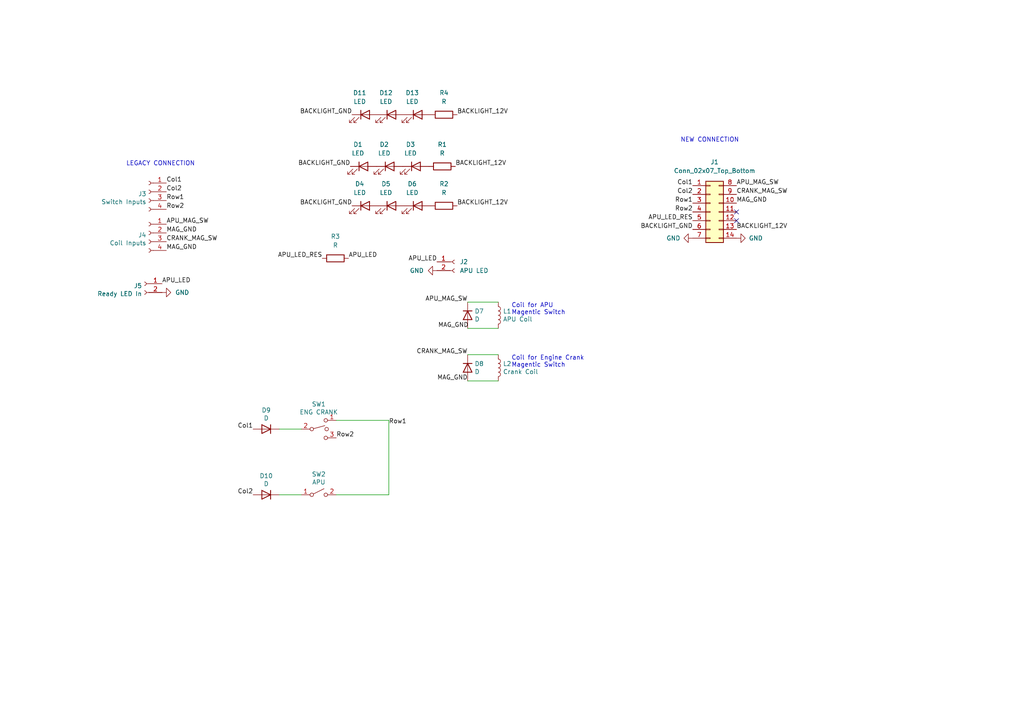
<source format=kicad_sch>
(kicad_sch (version 20230121) (generator eeschema)
  (paper "A4")
  (lib_symbols
    (symbol "Connector:Conn_01x02_Female" (pin_names (offset 1.016) hide)
      (property "Reference" "J" (at 0 2.54 0))
      (property "Value" "Conn_01x02_Female" (at 0 -5.08 0))
      (symbol "Conn_01x02_Female_1_1"
        (arc (start 0 -2.032) (mid -0.5058 -2.54) (end 0 -3.048) (stroke (width 0.1524)))
        (polyline (pts (xy -1.27 -2.54) (xy -0.508 -2.54)) (stroke (width 0.1524)))
        (polyline (pts (xy -1.27 0) (xy -0.508 0)) (stroke (width 0.1524)))
        (arc (start 0 0.508) (mid -0.5058 0) (end 0 -0.508) (stroke (width 0.1524)))
        (pin passive line (at -5.08 0 0) (length 3.81) (name "Pin_1") (number "1"))
        (pin passive line (at -5.08 -2.54 0) (length 3.81) (name "Pin_2") (number "2"))
      )
    )
    (symbol "Connector:Conn_01x04_Female" (pin_names (offset 1.016) hide)
      (property "Reference" "J" (at 0 5.08 0))
      (property "Value" "Conn_01x04_Female" (at 0 -7.62 0))
      (symbol "Conn_01x04_Female_1_1"
        (arc (start 0 -4.572) (mid -0.5058 -5.08) (end 0 -5.588) (stroke (width 0.1524)))
        (arc (start 0 -2.032) (mid -0.5058 -2.54) (end 0 -3.048) (stroke (width 0.1524)))
        (polyline (pts (xy -1.27 -5.08) (xy -0.508 -5.08)) (stroke (width 0.1524)))
        (polyline (pts (xy -1.27 -2.54) (xy -0.508 -2.54)) (stroke (width 0.1524)))
        (polyline (pts (xy -1.27 0) (xy -0.508 0)) (stroke (width 0.1524)))
        (polyline (pts (xy -1.27 2.54) (xy -0.508 2.54)) (stroke (width 0.1524)))
        (arc (start 0 0.508) (mid -0.5058 0) (end 0 -0.508) (stroke (width 0.1524)))
        (arc (start 0 3.048) (mid -0.5058 2.54) (end 0 2.032) (stroke (width 0.1524)))
        (pin passive line (at -5.08 2.54 0) (length 3.81) (name "Pin_1") (number "1"))
        (pin passive line (at -5.08 0 0) (length 3.81) (name "Pin_2") (number "2"))
        (pin passive line (at -5.08 -2.54 0) (length 3.81) (name "Pin_3") (number "3"))
        (pin passive line (at -5.08 -5.08 0) (length 3.81) (name "Pin_4") (number "4"))
      )
    )
    (symbol "Connector_Generic:Conn_02x07_Top_Bottom" (pin_names (offset 1.016) hide)
      (property "Reference" "J" (at 1.27 10.16 0))
      (property "Value" "Conn_02x07_Top_Bottom" (at 1.27 -10.16 0))
      (symbol "Conn_02x07_Top_Bottom_1_1"
        (rectangle (start -1.27 -7.493) (end 0 -7.747) (stroke (width 0.1524)))
        (rectangle (start -1.27 -4.953) (end 0 -5.207) (stroke (width 0.1524)))
        (rectangle (start -1.27 -2.413) (end 0 -2.667) (stroke (width 0.1524)))
        (rectangle (start -1.27 0.127) (end 0 -0.127) (stroke (width 0.1524)))
        (rectangle (start -1.27 2.667) (end 0 2.413) (stroke (width 0.1524)))
        (rectangle (start -1.27 5.207) (end 0 4.953) (stroke (width 0.1524)))
        (rectangle (start -1.27 7.747) (end 0 7.493) (stroke (width 0.1524)))
        (rectangle (start -1.27 8.89) (end 3.81 -8.89) (stroke (width 0.254)) (fill (type background)))
        (rectangle (start 3.81 -7.493) (end 2.54 -7.747) (stroke (width 0.1524)))
        (rectangle (start 3.81 -4.953) (end 2.54 -5.207) (stroke (width 0.1524)))
        (rectangle (start 3.81 -2.413) (end 2.54 -2.667) (stroke (width 0.1524)))
        (rectangle (start 3.81 0.127) (end 2.54 -0.127) (stroke (width 0.1524)))
        (rectangle (start 3.81 2.667) (end 2.54 2.413) (stroke (width 0.1524)))
        (rectangle (start 3.81 5.207) (end 2.54 4.953) (stroke (width 0.1524)))
        (rectangle (start 3.81 7.747) (end 2.54 7.493) (stroke (width 0.1524)))
        (pin passive line (at -5.08 7.62 0) (length 3.81) (name "Pin_1") (number "1"))
        (pin passive line (at 7.62 2.54 180) (length 3.81) (name "Pin_10") (number "10"))
        (pin passive line (at 7.62 0 180) (length 3.81) (name "Pin_11") (number "11"))
        (pin passive line (at 7.62 -2.54 180) (length 3.81) (name "Pin_12") (number "12"))
        (pin passive line (at 7.62 -5.08 180) (length 3.81) (name "Pin_13") (number "13"))
        (pin passive line (at 7.62 -7.62 180) (length 3.81) (name "Pin_14") (number "14"))
        (pin passive line (at -5.08 5.08 0) (length 3.81) (name "Pin_2") (number "2"))
        (pin passive line (at -5.08 2.54 0) (length 3.81) (name "Pin_3") (number "3"))
        (pin passive line (at -5.08 0 0) (length 3.81) (name "Pin_4") (number "4"))
        (pin passive line (at -5.08 -2.54 0) (length 3.81) (name "Pin_5") (number "5"))
        (pin passive line (at -5.08 -5.08 0) (length 3.81) (name "Pin_6") (number "6"))
        (pin passive line (at -5.08 -7.62 0) (length 3.81) (name "Pin_7") (number "7"))
        (pin passive line (at 7.62 7.62 180) (length 3.81) (name "Pin_8") (number "8"))
        (pin passive line (at 7.62 5.08 180) (length 3.81) (name "Pin_9") (number "9"))
      )
    )
    (symbol "Device:D" (pin_numbers hide) (pin_names (offset 1.016) hide)
      (property "Reference" "D" (at 0 2.54 0))
      (property "Value" "D" (at 0 -2.54 0))
      (symbol "D_0_1"
        (polyline (pts (xy -1.27 1.27) (xy -1.27 -1.27)) (stroke (width 0.254)))
        (polyline (pts (xy 1.27 0) (xy -1.27 0)))
        (polyline (pts (xy 1.27 1.27) (xy 1.27 -1.27) (xy -1.27 0) (xy 1.27 1.27)) (stroke (width 0.254)))
      )
      (symbol "D_1_1"
        (pin passive line (at -3.81 0 0) (length 2.54) (name "K") (number "1"))
        (pin passive line (at 3.81 0 180) (length 2.54) (name "A") (number "2"))
      )
    )
    (symbol "Device:L" (pin_numbers hide) (pin_names (offset 1.016) hide)
      (property "Reference" "L" (at -1.27 0 90))
      (property "Value" "L" (at 1.905 0 90))
      (symbol "L_0_1"
        (arc (start 0 -2.54) (mid 0.6323 -1.905) (end 0 -1.27))
        (arc (start 0 -1.27) (mid 0.6323 -0.635) (end 0 0))
        (arc (start 0 0) (mid 0.6323 0.635) (end 0 1.27))
        (arc (start 0 1.27) (mid 0.6323 1.905) (end 0 2.54))
      )
      (symbol "L_1_1"
        (pin passive line (at 0 3.81 270) (length 1.27) (name "1") (number "1"))
        (pin passive line (at 0 -3.81 90) (length 1.27) (name "2") (number "2"))
      )
    )
    (symbol "Device:LED" (pin_numbers hide) (pin_names (offset 1.016) hide)
      (property "Reference" "D" (at 0 2.54 0))
      (property "Value" "LED" (at 0 -2.54 0))
      (symbol "LED_0_1"
        (polyline (pts (xy -1.27 -1.27) (xy -1.27 1.27)) (stroke (width 0.254)))
        (polyline (pts (xy -1.27 0) (xy 1.27 0)))
        (polyline (pts (xy 1.27 -1.27) (xy 1.27 1.27) (xy -1.27 0) (xy 1.27 -1.27)) (stroke (width 0.254)))
        (polyline (pts (xy -3.048 -0.762) (xy -4.572 -2.286) (xy -3.81 -2.286) (xy -4.572 -2.286) (xy -4.572 -1.524)))
        (polyline (pts (xy -1.778 -0.762) (xy -3.302 -2.286) (xy -2.54 -2.286) (xy -3.302 -2.286) (xy -3.302 -1.524)))
      )
      (symbol "LED_1_1"
        (pin passive line (at -3.81 0 0) (length 2.54) (name "K") (number "1"))
        (pin passive line (at 3.81 0 180) (length 2.54) (name "A") (number "2"))
      )
    )
    (symbol "Device:R" (pin_numbers hide) (pin_names (offset 0))
      (property "Reference" "R" (at 2.032 0 90))
      (property "Value" "R" (at 0 0 90))
      (symbol "R_0_1"
        (rectangle (start -1.016 -2.54) (end 1.016 2.54) (stroke (width 0.254)))
      )
      (symbol "R_1_1"
        (pin passive line (at 0 3.81 270) (length 1.27) (name "~") (number "1"))
        (pin passive line (at 0 -3.81 90) (length 1.27) (name "~") (number "2"))
      )
    )
    (symbol "Diode:1N4001" (pin_numbers hide) (pin_names (offset 1.016) hide)
      (property "Reference" "D" (at 0 2.54 0))
      (property "Value" "1N4001" (at 0 -2.54 0))
      (symbol "1N4001_0_1"
        (polyline (pts (xy -1.27 1.27) (xy -1.27 -1.27)) (stroke (width 0.254)))
        (polyline (pts (xy 1.27 0) (xy -1.27 0)))
        (polyline (pts (xy 1.27 1.27) (xy 1.27 -1.27) (xy -1.27 0) (xy 1.27 1.27)) (stroke (width 0.254)))
      )
      (symbol "1N4001_1_1"
        (pin passive line (at -3.81 0 0) (length 2.54) (name "K") (number "1"))
        (pin passive line (at 3.81 0 180) (length 2.54) (name "A") (number "2"))
      )
    )
    (symbol "Switch:SW_SPDT_MSM" (pin_names (offset 0) hide)
      (property "Reference" "SW" (at 0 5.08 0))
      (property "Value" "SW_SPDT_MSM" (at 0 -5.08 0))
      (symbol "SW_SPDT_MSM_0_0"
        (circle (center -2.032 0) (radius 0.508))
        (polyline (pts (xy -1.524 0.127) (xy 1.778 1.016)))
        (circle (center 2.032 -2.54) (radius 0.508))
      )
      (symbol "SW_SPDT_MSM_0_1"
        (circle (center 2.032 2.54) (radius 0.508))
        (circle (center 2.286 0) (radius 0.508))
      )
      (symbol "SW_SPDT_MSM_1_1"
        (pin passive line (at 5.08 2.54 180) (length 2.54) (name "1") (number "1"))
        (pin passive line (at -5.08 0 0) (length 2.54) (name "2") (number "2"))
        (pin passive line (at 5.08 -2.54 180) (length 2.54) (name "3") (number "3"))
      )
    )
    (symbol "Switch:SW_SPST" (pin_names (offset 0) hide)
      (property "Reference" "SW" (at 0 3.175 0))
      (property "Value" "SW_SPST" (at 0 -2.54 0))
      (symbol "SW_SPST_0_0"
        (circle (center -2.032 0) (radius 0.508))
        (polyline (pts (xy -1.524 0.254) (xy 1.524 1.778)))
        (circle (center 2.032 0) (radius 0.508))
      )
      (symbol "SW_SPST_1_1"
        (pin passive line (at -5.08 0 0) (length 2.54) (name "A") (number "1"))
        (pin passive line (at 5.08 0 180) (length 2.54) (name "B") (number "2"))
      )
    )
    (symbol "power:GND" (power) (pin_names (offset 0))
      (property "Value" "GND" (at 0 -3.81 0))
      (symbol "GND_0_1"
        (polyline (pts (xy 0 0) (xy 0 -1.27) (xy 1.27 -1.27) (xy 0 -2.54) (xy -1.27 -1.27) (xy 0 -1.27)))
      )
      (symbol "GND_1_1"
        (pin power_in line (at 0 0 270) (length 0) hide (name "GND") (number "1"))
      )
    )
  )
  (no_connect (at 213.614 64.008))
  (no_connect (at 213.614 61.468))
  (wire (pts (xy 112.776 121.92) (xy 112.776 143.51)))
  (wire (pts (xy 97.536 121.92) (xy 112.776 121.92)))
  (wire (pts (xy 144.526 87.63) (xy 135.636 87.63)))
  (wire (pts (xy 144.526 102.87) (xy 135.636 102.87)))
  (wire (pts (xy 144.526 95.25) (xy 135.636 95.25)))
  (wire (pts (xy 81.026 143.51) (xy 87.376 143.51)))
  (wire (pts (xy 144.526 110.49) (xy 135.636 110.49)))
  (wire (pts (xy 81.026 124.46) (xy 87.376 124.46)))
  (wire (pts (xy 97.536 143.51) (xy 112.776 143.51)))
  (text "NEW CONNECTION" (at 197.358 41.402 0) (effects (font (size 1.27 1.27)) (justify left bottom)))
  (text "Coil for Engine Crank\nMagentic Switch" (at 148.336 106.68 0) (effects (font (size 1.27 1.27)) (justify left bottom)))
  (text "LEGACY CONNECTION" (at 36.576 48.26 0) (effects (font (size 1.27 1.27)) (justify left bottom)))
  (text "Coil for APU\nMagentic Switch" (at 148.336 91.44 0) (effects (font (size 1.27 1.27)) (justify left bottom)))
  (label "Col1" (at 73.406 124.46 180))
  (label "BACKLIGHT_GND" (at 200.914 66.548 180))
  (label "Col1" (at 48.26 53.086 0))
  (label "MAG_GND" (at 135.89 95.25 180))
  (label "APU_LED" (at 46.99 82.296 0))
  (label "Row2" (at 97.536 127 0))
  (label "MAG_GND" (at 135.636 110.49 180))
  (label "MAG_GND" (at 213.614 58.928 0))
  (label "Col2" (at 48.26 55.626 0))
  (label "CRANK_MAG_SW" (at 213.614 56.388 0))
  (label "APU_LED_RES" (at 93.472 74.93 180))
  (label "BACKLIGHT_GND" (at 102.108 33.274 180))
  (label "BACKLIGHT_12V" (at 132.588 33.274 0))
  (label "APU_MAG_SW" (at 48.26 65.024 0))
  (label "BACKLIGHT_GND" (at 101.6 48.26 180))
  (label "Col2" (at 73.406 143.51 180))
  (label "APU_MAG_SW" (at 135.636 87.63 180))
  (label "Row1" (at 48.26 58.166 0))
  (label "BACKLIGHT_GND" (at 102.108 59.69 180))
  (label "MAG_GND" (at 48.26 72.644 0))
  (label "Row1" (at 200.914 58.928 180))
  (label "APU_LED" (at 126.746 75.946 180))
  (label "APU_MAG_SW" (at 213.614 53.848 0))
  (label "Row1" (at 112.776 123.19 0))
  (label "BACKLIGHT_12V" (at 132.08 48.26 0))
  (label "APU_LED_RES" (at 200.914 64.008 180))
  (label "Row2" (at 200.914 61.468 180))
  (label "CRANK_MAG_SW" (at 48.26 70.104 0))
  (label "Row2" (at 48.26 60.706 0))
  (label "Col2" (at 200.914 56.388 180))
  (label "Col1" (at 200.914 53.848 180))
  (label "MAG_GND" (at 48.26 67.564 0))
  (label "BACKLIGHT_12V" (at 213.614 66.548 0))
  (label "BACKLIGHT_12V" (at 132.588 59.69 0))
  (label "APU_LED" (at 101.092 74.93 0))
  (label "CRANK_MAG_SW" (at 135.636 102.87 180))
  (symbol (lib_id "Device:L") (at 144.526 106.68 0) (unit 1)
    (property "Reference" "L2" (at 145.8722 105.5116 0) (effects (justify left)))
    (property "Value" "Crank Coil" (at 145.8722 107.823 0) (effects (justify left)))
    (property "Footprint" "Connector_Molex:Molex_KK-254_AE-6410-02A_1x02_P2.54mm_Vertical" (effects hide))
  )
  (symbol (lib_id "Device:R") (at 128.27 48.26 90) (unit 1)
    (property "Reference" "R1" (at 128.27 41.91 90))
    (property "Value" "R" (at 128.27 44.45 90))
    (property "Footprint" "Resistor_THT:R_Axial_DIN0204_L3.6mm_D1.6mm_P7.62mm_Horizontal" (effects hide))
  )
  (symbol (lib_id "Switch:SW_SPST") (at 92.456 143.51 0) (unit 1)
    (property "Reference" "SW2" (at 92.456 137.541 0))
    (property "Value" "APU" (at 92.456 139.8524 0))
    (property "Footprint" "Connector_Molex:Molex_KK-254_AE-6410-02A_1x02_P2.54mm_Vertical" (effects hide))
  )
  (symbol (lib_id "Switch:SW_SPDT_MSM") (at 92.456 124.46 0) (unit 1)
    (property "Reference" "SW1" (at 92.456 117.221 0))
    (property "Value" "ENG CRANK" (at 92.456 119.5324 0))
    (property "Footprint" "Connector_Molex:Molex_KK-254_AE-6410-03A_1x03_P2.54mm_Vertical" (effects hide))
  )
  (symbol (lib_id "Connector:Conn_01x02_Female") (at 41.91 82.296 0) (mirror y) (unit 1)
    (property "Reference" "J5" (at 41.1988 82.9056 0) (effects (justify left)))
    (property "Value" "Ready LED In" (at 41.1988 85.217 0) (effects (justify left)))
    (property "Footprint" "Connector_Molex:Molex_KK-254_AE-6410-02A_1x02_P2.54mm_Vertical" (effects hide))
  )
  (symbol (lib_id "Device:LED") (at 105.41 48.26 0) (unit 1)
    (property "Reference" "D1" (at 103.8225 41.91 0))
    (property "Value" "LED" (at 103.8225 44.45 0))
    (property "Footprint" "LED_THT:LED_D3.0mm_FlatTop" (effects hide))
  )
  (symbol (lib_id "Connector_Generic:Conn_02x07_Top_Bottom") (at 205.994 61.468 0) (unit 1)
    (property "Reference" "J1" (at 207.264 46.99 0))
    (property "Value" "Conn_02x07_Top_Bottom" (at 207.264 49.53 0))
    (property "Footprint" "Connector_PinHeader_2.54mm:PinHeader_2x07_P2.54mm_Vertical" (effects hide))
  )
  (symbol (lib_id "Device:LED") (at 105.918 59.69 0) (unit 1)
    (property "Reference" "D4" (at 104.3305 53.34 0))
    (property "Value" "LED" (at 104.3305 55.88 0))
    (property "Footprint" "LED_THT:LED_D3.0mm_FlatTop" (effects hide))
  )
  (symbol (lib_id "Diode:1N4001") (at 135.636 106.68 90) (mirror x) (unit 1)
    (property "Reference" "D8" (at 137.6426 105.5116 90) (effects (justify right)))
    (property "Value" "D" (at 137.6426 107.823 90) (effects (justify right)))
    (property "Footprint" "Diode_THT:D_DO-41_SOD81_P7.62mm_Horizontal" (effects hide))
    (property "Datasheet" "http://www.vishay.com/docs/88503/1n4001.pdf" (effects hide))
  )
  (symbol (lib_id "Device:R") (at 97.282 74.93 90) (unit 1)
    (property "Reference" "R3" (at 97.282 68.58 90))
    (property "Value" "R" (at 97.282 71.12 90))
    (property "Footprint" "Resistor_THT:R_Axial_DIN0204_L3.6mm_D1.6mm_P7.62mm_Horizontal" (effects hide))
  )
  (symbol (lib_id "Device:LED") (at 121.158 59.69 0) (unit 1)
    (property "Reference" "D6" (at 119.5705 53.34 0))
    (property "Value" "LED" (at 119.5705 55.88 0))
    (property "Footprint" "LED_THT:LED_D3.0mm_FlatTop" (effects hide))
  )
  (symbol (lib_id "Diode:1N4001") (at 135.636 91.44 90) (mirror x) (unit 1)
    (property "Reference" "D7" (at 137.6426 90.2716 90) (effects (justify right)))
    (property "Value" "D" (at 137.6426 92.583 90) (effects (justify right)))
    (property "Footprint" "Diode_THT:D_DO-41_SOD81_P7.62mm_Horizontal" (effects hide))
    (property "Datasheet" "http://www.vishay.com/docs/88503/1n4001.pdf" (effects hide))
  )
  (symbol (lib_id "Device:D") (at 77.216 143.51 0) (mirror y) (unit 1)
    (property "Reference" "D10" (at 77.216 138.0236 0))
    (property "Value" "D" (at 77.216 140.335 0))
    (property "Footprint" "Diode_THT:D_DO-34_SOD68_P7.62mm_Horizontal" (effects hide))
  )
  (symbol (lib_id "Connector:Conn_01x04_Female") (at 43.18 67.564 0) (mirror y) (unit 1)
    (property "Reference" "J4" (at 42.4688 68.1736 0) (effects (justify left)))
    (property "Value" "Coil Inputs" (at 42.4688 70.485 0) (effects (justify left)))
    (property "Footprint" "Connector_Molex:Molex_KK-254_AE-6410-04A_1x04_P2.54mm_Vertical" (effects hide))
  )
  (symbol (lib_id "Device:L") (at 144.526 91.44 0) (unit 1)
    (property "Reference" "L1" (at 145.8722 90.2716 0) (effects (justify left)))
    (property "Value" "APU Coil" (at 145.8722 92.583 0) (effects (justify left)))
    (property "Footprint" "Connector_Molex:Molex_KK-254_AE-6410-02A_1x02_P2.54mm_Vertical" (effects hide))
  )
  (symbol (lib_id "Device:R") (at 128.778 33.274 90) (unit 1)
    (property "Reference" "R4" (at 128.778 26.924 90))
    (property "Value" "R" (at 128.778 29.464 90))
    (property "Footprint" "Resistor_THT:R_Axial_DIN0204_L3.6mm_D1.6mm_P7.62mm_Horizontal" (effects hide))
  )
  (symbol (lib_id "Connector:Conn_01x02_Female") (at 131.826 75.946 0) (unit 1)
    (property "Reference" "J2" (at 133.35 75.9459 0) (effects (justify left)))
    (property "Value" "APU LED" (at 133.35 78.4859 0) (effects (justify left)))
    (property "Footprint" "Connector_Molex:Molex_KK-254_AE-6410-02A_1x02_P2.54mm_Vertical" (effects hide))
  )
  (symbol (lib_id "power:GND") (at 200.914 69.088 270) (unit 1)
    (property "Reference" "#PWR0102" (effects hide))
    (property "Value" "GND" (at 197.358 69.0881 90) (effects (justify right)))
  )
  (symbol (lib_id "Connector:Conn_01x04_Female") (at 43.18 55.626 0) (mirror y) (unit 1)
    (property "Reference" "J3" (at 42.4688 56.2356 0) (effects (justify left)))
    (property "Value" "Switch Inputs" (at 42.4688 58.547 0) (effects (justify left)))
    (property "Footprint" "Connector_Molex:Molex_KK-254_AE-6410-04A_1x04_P2.54mm_Vertical" (effects hide))
  )
  (symbol (lib_id "Device:LED") (at 113.538 33.274 0) (unit 1)
    (property "Reference" "D12" (at 111.9505 26.924 0))
    (property "Value" "LED" (at 111.9505 29.464 0))
    (property "Footprint" "LED_THT:LED_D3.0mm_FlatTop" (effects hide))
  )
  (symbol (lib_id "power:GND") (at 126.746 78.486 270) (unit 1)
    (property "Reference" "#PWR0101" (effects hide))
    (property "Value" "GND" (at 122.936 78.4859 90) (effects (justify right)))
  )
  (symbol (lib_id "power:GND") (at 213.614 69.088 90) (unit 1)
    (property "Reference" "#PWR0103" (effects hide))
    (property "Value" "GND" (at 217.17 69.0879 90) (effects (justify right)))
  )
  (symbol (lib_id "Device:R") (at 128.778 59.69 90) (unit 1)
    (property "Reference" "R2" (at 128.778 53.34 90))
    (property "Value" "R" (at 128.778 55.88 90))
    (property "Footprint" "Resistor_THT:R_Axial_DIN0204_L3.6mm_D1.6mm_P7.62mm_Horizontal" (effects hide))
  )
  (symbol (lib_id "Device:LED") (at 113.538 59.69 0) (unit 1)
    (property "Reference" "D5" (at 111.9505 53.34 0))
    (property "Value" "LED" (at 111.9505 55.88 0))
    (property "Footprint" "LED_THT:LED_D3.0mm_FlatTop" (effects hide))
  )
  (symbol (lib_id "Device:LED") (at 120.65 48.26 0) (unit 1)
    (property "Reference" "D3" (at 119.0625 41.91 0))
    (property "Value" "LED" (at 119.0625 44.45 0))
    (property "Footprint" "LED_THT:LED_D3.0mm_FlatTop" (effects hide))
  )
  (symbol (lib_id "Device:D") (at 77.216 124.46 0) (mirror y) (unit 1)
    (property "Reference" "D9" (at 77.216 118.9736 0))
    (property "Value" "D" (at 77.216 121.285 0))
    (property "Footprint" "Diode_THT:D_DO-34_SOD68_P7.62mm_Horizontal" (effects hide))
  )
  (symbol (lib_id "power:GND") (at 46.99 84.836 90) (mirror x) (unit 1)
    (property "Reference" "#PWR0104" (effects hide))
    (property "Value" "GND" (at 50.8 84.8359 90) (effects (justify right)))
  )
  (symbol (lib_id "Device:LED") (at 113.03 48.26 0) (unit 1)
    (property "Reference" "D2" (at 111.4425 41.91 0))
    (property "Value" "LED" (at 111.4425 44.45 0))
    (property "Footprint" "LED_THT:LED_D3.0mm_FlatTop" (effects hide))
  )
  (symbol (lib_id "Device:LED") (at 121.158 33.274 0) (unit 1)
    (property "Reference" "D13" (at 119.5705 26.924 0))
    (property "Value" "LED" (at 119.5705 29.464 0))
    (property "Footprint" "LED_THT:LED_D3.0mm_FlatTop" (effects hide))
  )
  (symbol (lib_id "Device:LED") (at 105.918 33.274 0) (unit 1)
    (property "Reference" "D11" (at 104.3305 26.924 0))
    (property "Value" "LED" (at 104.3305 29.464 0))
    (property "Footprint" "LED_THT:LED_D3.0mm_FlatTop" (effects hide))
  )
)
</source>
